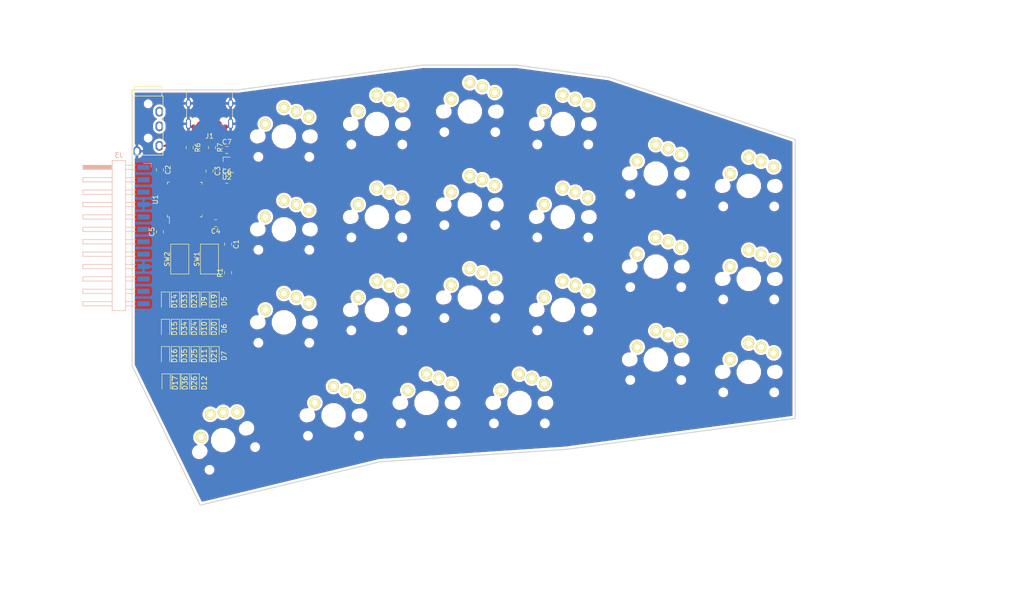
<source format=kicad_pcb>
(kicad_pcb (version 20171130) (host pcbnew 5.0.2+dfsg1-1)
  (layers (0 F.Cu signal) (31 B.Cu signal) (34 B.Paste user) (35 F.Paste user) (36 B.SilkS user) (37 F.SilkS user) (38 B.Mask user) (39 F.Mask user) (44 Edge.Cuts user))
  (net 0 "")
  (net 1 GND)
  (net 2 D+)
  (net 3 "Net-(J1-PadB5)")
  (net 4 "Net-(J1-PadA8)")
  (net 5 D-)
  (net 6 "Net-(J1-PadA5)")
  (net 7 "Net-(J1-PadB8)")
  (net 8 5V)
  (net 9 3.3V)
  (net 10 SWDIO)
  (net 11 SWDCLK)
  (net 12 PA4)
  (net 13 PA5)
  (net 14 PA6)
  (net 15 PA7)
  (net 16 PB6)
  (net 17 PB7)
  (net 18 TX)
  (net 19 RX)
  (net 20 "Net-(D26-Pad2)")
  (net 21 COL4)
  (net 22 "Net-(D36-Pad2)")
  (net 23 COL5)
  (net 24 "Net-(D35-Pad2)")
  (net 25 "Net-(D34-Pad2)")
  (net 26 "Net-(D33-Pad2)")
  (net 27 "Net-(D25-Pad2)")
  (net 28 "Net-(D24-Pad2)")
  (net 29 "Net-(D23-Pad2)")
  (net 30 "Net-(D21-Pad2)")
  (net 31 COL2)
  (net 32 "Net-(D20-Pad2)")
  (net 33 "Net-(D19-Pad2)")
  (net 34 "Net-(D16-Pad2)")
  (net 35 COL6)
  (net 36 "Net-(D14-Pad2)")
  (net 37 "Net-(D12-Pad2)")
  (net 38 COL3)
  (net 39 "Net-(D11-Pad2)")
  (net 40 "Net-(D10-Pad2)")
  (net 41 "Net-(D15-Pad2)")
  (net 42 "Net-(D9-Pad2)")
  (net 43 "Net-(D7-Pad2)")
  (net 44 COL1)
  (net 45 "Net-(D6-Pad2)")
  (net 46 "Net-(D5-Pad2)")
  (net 47 "Net-(D17-Pad2)")
  (net 48 "Net-(R1-Pad1)")
  (net 49 VBAT)
  (net 50 "Net-(U1-Pad2)")
  (net 51 "Net-(U1-Pad3)")
  (net 52 "Net-(U1-Pad4)")
  (net 53 "Net-(U1-Pad5)")
  (net 54 "Net-(U1-Pad6)")
  (net 55 "Net-(C1-Pad2)")
  (net 56 "Net-(U1-Pad10)")
  (net 57 "Net-(U1-Pad11)")
  (net 58 "Net-(U1-Pad12)")
  (net 59 "Net-(U1-Pad13)")
  (net 60 ROW1)
  (net 61 ROW2)
  (net 62 ROW3)
  (net 63 ROW4)
  (net 64 "Net-(U1-Pad22)")
  (net 65 "Net-(U1-Pad26)")
  (net 66 "Net-(U1-Pad27)")
  (net 67 "Net-(U1-Pad28)")
  (net 68 "Net-(U1-Pad29)")
  (module Button_Switch_SMD:SW_SPST_CK_RS282G05A3 (layer F.Cu) (at 90.678 99.568 90)
    (fp_text reference SW2 (at 0 -2.6 90) (layer F.SilkS))
    (fp_text value RESET)
    (pad 2 smd rect (at 3.9 0 90) (size 1.5 1.5) (layers F.Cu F.Paste F.Mask) (net 55 "Net-(C1-Pad2)"))
    (pad 1 smd rect (at -3.9 0 90) (size 1.5 1.5) (layers F.Cu F.Paste F.Mask) (net 1 GND))
  )
  (module Button_Switch_SMD:SW_SPST_CK_RS282G05A3 (layer F.Cu) (at 96.774 99.568 90)
    (fp_text reference SW1 (at 0 -2.6 90) (layer F.SilkS))
    (fp_text value BOOT)
    (pad 1 smd rect (at -3.9 0 90) (size 1.5 1.5) (layers F.Cu F.Paste F.Mask) (net 48 "Net-(R1-Pad1)"))
    (pad 2 smd rect (at 3.9 0 90) (size 1.5 1.5) (layers F.Cu F.Paste F.Mask) (net 9 3.3V))
  )
  (module Capacitor_SMD:C_0805_2012Metric_Pad1.15x1.40mm_HandSolder (layer F.Cu) (at 100.584 96.52 270)
    (fp_text reference C1 (at 0 -1.65 270) (layer F.SilkS))
    (fp_text value 100nF)
    (pad 1 smd roundrect (at -1.025 0 270) (size 1.15 1.4) (layers F.Cu F.Paste F.Mask) (roundrect_rratio 0.217391) (net 1 GND))
    (pad 2 smd roundrect (at 1.025 0 270) (size 1.15 1.4) (layers F.Cu F.Paste F.Mask) (roundrect_rratio 0.217391) (net 55 "Net-(C1-Pad2)"))
  )
  (module Capacitor_SMD:C_0805_2012Metric_Pad1.15x1.40mm_HandSolder (layer F.Cu) (at 86.614 81.28 270)
    (fp_text reference C2 (at 0 -1.65 270) (layer F.SilkS))
    (fp_text value 100nF)
    (pad 2 smd roundrect (at 1.025 0 270) (size 1.15 1.4) (layers F.Cu F.Paste F.Mask) (roundrect_rratio 0.217391) (net 9 3.3V))
    (pad 1 smd roundrect (at -1.025 0 270) (size 1.15 1.4) (layers F.Cu F.Paste F.Mask) (roundrect_rratio 0.217391) (net 1 GND))
  )
  (module Capacitor_SMD:C_0805_2012Metric_Pad1.15x1.40mm_HandSolder (layer F.Cu) (at 96.774 81.534 270)
    (fp_text reference C3 (at 0 -1.65 270) (layer F.SilkS))
    (fp_text value 100nF)
    (pad 1 smd roundrect (at -1.025 0 270) (size 1.15 1.4) (layers F.Cu F.Paste F.Mask) (roundrect_rratio 0.217391) (net 1 GND))
    (pad 2 smd roundrect (at 1.025 0 270) (size 1.15 1.4) (layers F.Cu F.Paste F.Mask) (roundrect_rratio 0.217391) (net 9 3.3V))
  )
  (module Capacitor_SMD:C_0805_2012Metric_Pad1.15x1.40mm_HandSolder (layer F.Cu) (at 98.044 92.202 180)
    (fp_text reference C4 (at 0 -1.65 180) (layer F.SilkS))
    (fp_text value 100nF)
    (pad 2 smd roundrect (at 1.025 0 180) (size 1.15 1.4) (layers F.Cu F.Paste F.Mask) (roundrect_rratio 0.217391) (net 9 3.3V))
    (pad 1 smd roundrect (at -1.025 0 180) (size 1.15 1.4) (layers F.Cu F.Paste F.Mask) (roundrect_rratio 0.217391) (net 1 GND))
  )
  (module Capacitor_SMD:C_0805_2012Metric_Pad1.15x1.40mm_HandSolder (layer F.Cu) (at 86.614 93.98 90)
    (fp_text reference C5 (at 0 -1.65 90) (layer F.SilkS))
    (fp_text value 100nF)
    (pad 1 smd roundrect (at -1.025 0 90) (size 1.15 1.4) (layers F.Cu F.Paste F.Mask) (roundrect_rratio 0.217391) (net 1 GND))
    (pad 2 smd roundrect (at 1.025 0 90) (size 1.15 1.4) (layers F.Cu F.Paste F.Mask) (roundrect_rratio 0.217391) (net 9 3.3V))
  )
  (module Capacitor_SMD:C_0805_2012Metric_Pad1.15x1.40mm_HandSolder (layer F.Cu) (at 100.33 83.312)
    (fp_text reference C6 (at 0 -1.65) (layer F.SilkS))
    (fp_text value 1µF)
    (pad 2 smd roundrect (at 1.025 0) (size 1.15 1.4) (layers F.Cu F.Paste F.Mask) (roundrect_rratio 0.217391) (net 9 3.3V))
    (pad 1 smd roundrect (at -1.025 0) (size 1.15 1.4) (layers F.Cu F.Paste F.Mask) (roundrect_rratio 0.217391) (net 1 GND))
  )
  (module Capacitor_SMD:C_0805_2012Metric_Pad1.15x1.40mm_HandSolder (layer F.Cu) (at 100.33 77.216)
    (fp_text reference C7 (at 0 -1.65) (layer F.SilkS))
    (fp_text value 1µF)
    (pad 1 smd roundrect (at -1.025 0) (size 1.15 1.4) (layers F.Cu F.Paste F.Mask) (roundrect_rratio 0.217391) (net 1 GND))
    (pad 2 smd roundrect (at 1.025 0) (size 1.15 1.4) (layers F.Cu F.Paste F.Mask) (roundrect_rratio 0.217391) (net 8 5V))
  )
  (module Diode_SMD:D_SOD-323_HandSoldering (layer F.Cu) (at 87.884 124.968 270)
    (fp_text reference D17 (at 0 -1.85 270) (layer F.SilkS))
    (fp_text value D4.6)
    (pad 2 smd rect (at 1.25 0 270) (size 1 1) (layers F.Cu F.Paste F.Mask) (net 47 "Net-(D17-Pad2)"))
    (pad 1 smd rect (at -1.25 0 270) (size 1 1) (layers F.Cu F.Paste F.Mask) (net 63 ROW4))
  )
  (module Diode_SMD:D_SOD-323_HandSoldering (layer F.Cu) (at 87.757 113.792 270)
    (fp_text reference D15 (at 0 -1.85 270) (layer F.SilkS))
    (fp_text value D2.6)
    (pad 1 smd rect (at -1.25 0 270) (size 1 1) (layers F.Cu F.Paste F.Mask) (net 61 ROW2))
    (pad 2 smd rect (at 1.25 0 270) (size 1 1) (layers F.Cu F.Paste F.Mask) (net 41 "Net-(D15-Pad2)"))
  )
  (module Diode_SMD:D_SOD-323_HandSoldering (layer F.Cu) (at 87.757 108.204 270)
    (fp_text reference D14 (at 0 -1.85 270) (layer F.SilkS))
    (fp_text value D1.6)
    (pad 2 smd rect (at 1.25 0 270) (size 1 1) (layers F.Cu F.Paste F.Mask) (net 36 "Net-(D14-Pad2)"))
    (pad 1 smd rect (at -1.25 0 270) (size 1 1) (layers F.Cu F.Paste F.Mask) (net 60 ROW1))
  )
  (module Diode_SMD:D_SOD-323_HandSoldering (layer F.Cu) (at 93.853 124.968 270)
    (fp_text reference D12 (at 0 -1.85 270) (layer F.SilkS))
    (fp_text value D4.3)
    (pad 1 smd rect (at -1.25 0 270) (size 1 1) (layers F.Cu F.Paste F.Mask) (net 63 ROW4))
    (pad 2 smd rect (at 1.25 0 270) (size 1 1) (layers F.Cu F.Paste F.Mask) (net 37 "Net-(D12-Pad2)"))
  )
  (module Diode_SMD:D_SOD-323_HandSoldering (layer F.Cu) (at 93.853 119.38 270)
    (fp_text reference D11 (at 0 -1.85 270) (layer F.SilkS))
    (fp_text value D3.3)
    (pad 2 smd rect (at 1.25 0 270) (size 1 1) (layers F.Cu F.Paste F.Mask) (net 39 "Net-(D11-Pad2)"))
    (pad 1 smd rect (at -1.25 0 270) (size 1 1) (layers F.Cu F.Paste F.Mask) (net 62 ROW3))
  )
  (module Diode_SMD:D_SOD-323_HandSoldering (layer F.Cu) (at 93.853 113.792 270)
    (fp_text reference D10 (at 0 -1.85 270) (layer F.SilkS))
    (fp_text value D2.3)
    (pad 1 smd rect (at -1.25 0 270) (size 1 1) (layers F.Cu F.Paste F.Mask) (net 61 ROW2))
    (pad 2 smd rect (at 1.25 0 270) (size 1 1) (layers F.Cu F.Paste F.Mask) (net 40 "Net-(D10-Pad2)"))
  )
  (module Diode_SMD:D_SOD-323_HandSoldering (layer F.Cu) (at 93.853 108.204 270)
    (fp_text reference D9 (at 0 -1.85 270) (layer F.SilkS))
    (fp_text value D1.3)
    (pad 2 smd rect (at 1.25 0 270) (size 1 1) (layers F.Cu F.Paste F.Mask) (net 42 "Net-(D9-Pad2)"))
    (pad 1 smd rect (at -1.25 0 270) (size 1 1) (layers F.Cu F.Paste F.Mask) (net 60 ROW1))
  )
  (module Diode_SMD:D_SOD-323_HandSoldering (layer F.Cu) (at 97.917 119.38 270)
    (fp_text reference D7 (at 0 -1.85 270) (layer F.SilkS))
    (fp_text value D3.1)
    (pad 1 smd rect (at -1.25 0 270) (size 1 1) (layers F.Cu F.Paste F.Mask) (net 62 ROW3))
    (pad 2 smd rect (at 1.25 0 270) (size 1 1) (layers F.Cu F.Paste F.Mask) (net 43 "Net-(D7-Pad2)"))
  )
  (module Diode_SMD:D_SOD-323_HandSoldering (layer F.Cu) (at 97.917 113.792 270)
    (fp_text reference D6 (at 0 -1.85 270) (layer F.SilkS))
    (fp_text value D2.1)
    (pad 2 smd rect (at 1.25 0 270) (size 1 1) (layers F.Cu F.Paste F.Mask) (net 45 "Net-(D6-Pad2)"))
    (pad 1 smd rect (at -1.25 0 270) (size 1 1) (layers F.Cu F.Paste F.Mask) (net 61 ROW2))
  )
  (module Diode_SMD:D_SOD-323_HandSoldering (layer F.Cu) (at 97.917 108.204 270)
    (fp_text reference D5 (at 0 -1.85 270) (layer F.SilkS))
    (fp_text value D1.1)
    (pad 1 smd rect (at -1.25 0 270) (size 1 1) (layers F.Cu F.Paste F.Mask) (net 60 ROW1))
    (pad 2 smd rect (at 1.25 0 270) (size 1 1) (layers F.Cu F.Paste F.Mask) (net 46 "Net-(D5-Pad2)"))
  )
  (module Diode_SMD:D_SOD-323_HandSoldering (layer F.Cu) (at 87.757 119.38 270)
    (fp_text reference D16 (at 0 -1.85 270) (layer F.SilkS))
    (fp_text value D3.6)
    (pad 2 smd rect (at 1.25 0 270) (size 1 1) (layers F.Cu F.Paste F.Mask) (net 34 "Net-(D16-Pad2)"))
    (pad 1 smd rect (at -1.25 0 270) (size 1 1) (layers F.Cu F.Paste F.Mask) (net 62 ROW3))
  )
  (module Diode_SMD:D_SOD-323_HandSoldering (layer F.Cu) (at 95.885 113.792 270)
    (fp_text reference D20 (at 0 -1.85 270) (layer F.SilkS))
    (fp_text value D2.2)
    (pad 1 smd rect (at -1.25 0 270) (size 1 1) (layers F.Cu F.Paste F.Mask) (net 61 ROW2))
    (pad 2 smd rect (at 1.25 0 270) (size 1 1) (layers F.Cu F.Paste F.Mask) (net 32 "Net-(D20-Pad2)"))
  )
  (module Diode_SMD:D_SOD-323_HandSoldering (layer F.Cu) (at 89.916 124.968 270)
    (fp_text reference D36 (at 0 -1.85 270) (layer F.SilkS))
    (fp_text value D4.5)
    (pad 2 smd rect (at 1.25 0 270) (size 1 1) (layers F.Cu F.Paste F.Mask) (net 22 "Net-(D36-Pad2)"))
    (pad 1 smd rect (at -1.25 0 270) (size 1 1) (layers F.Cu F.Paste F.Mask) (net 63 ROW4))
  )
  (module Diode_SMD:D_SOD-323_HandSoldering (layer F.Cu) (at 89.789 113.792 270)
    (fp_text reference D34 (at 0 -1.85 270) (layer F.SilkS))
    (fp_text value D2.5)
    (pad 1 smd rect (at -1.25 0 270) (size 1 1) (layers F.Cu F.Paste F.Mask) (net 61 ROW2))
    (pad 2 smd rect (at 1.25 0 270) (size 1 1) (layers F.Cu F.Paste F.Mask) (net 25 "Net-(D34-Pad2)"))
  )
  (module Diode_SMD:D_SOD-323_HandSoldering (layer F.Cu) (at 89.789 108.204 270)
    (fp_text reference D33 (at 0 -1.85 270) (layer F.SilkS))
    (fp_text value D1.5)
    (pad 2 smd rect (at 1.25 0 270) (size 1 1) (layers F.Cu F.Paste F.Mask) (net 26 "Net-(D33-Pad2)"))
    (pad 1 smd rect (at -1.25 0 270) (size 1 1) (layers F.Cu F.Paste F.Mask) (net 60 ROW1))
  )
  (module Diode_SMD:D_SOD-323_HandSoldering (layer F.Cu) (at 91.821 124.968 270)
    (fp_text reference D26 (at 0 -1.85 270) (layer F.SilkS))
    (fp_text value D4.4)
    (pad 1 smd rect (at -1.25 0 270) (size 1 1) (layers F.Cu F.Paste F.Mask) (net 63 ROW4))
    (pad 2 smd rect (at 1.25 0 270) (size 1 1) (layers F.Cu F.Paste F.Mask) (net 20 "Net-(D26-Pad2)"))
  )
  (module Diode_SMD:D_SOD-323_HandSoldering (layer F.Cu) (at 91.821 119.38 270)
    (fp_text reference D25 (at 0 -1.85 270) (layer F.SilkS))
    (fp_text value D3.4)
    (pad 2 smd rect (at 1.25 0 270) (size 1 1) (layers F.Cu F.Paste F.Mask) (net 27 "Net-(D25-Pad2)"))
    (pad 1 smd rect (at -1.25 0 270) (size 1 1) (layers F.Cu F.Paste F.Mask) (net 62 ROW3))
  )
  (module Diode_SMD:D_SOD-323_HandSoldering (layer F.Cu) (at 91.821 113.792 270)
    (fp_text reference D24 (at 0 -1.85 270) (layer F.SilkS))
    (fp_text value D2.4)
    (pad 1 smd rect (at -1.25 0 270) (size 1 1) (layers F.Cu F.Paste F.Mask) (net 61 ROW2))
    (pad 2 smd rect (at 1.25 0 270) (size 1 1) (layers F.Cu F.Paste F.Mask) (net 28 "Net-(D24-Pad2)"))
  )
  (module Diode_SMD:D_SOD-323_HandSoldering (layer F.Cu) (at 91.821 108.204 270)
    (fp_text reference D23 (at 0 -1.85 270) (layer F.SilkS))
    (fp_text value D1.4)
    (pad 2 smd rect (at 1.25 0 270) (size 1 1) (layers F.Cu F.Paste F.Mask) (net 29 "Net-(D23-Pad2)"))
    (pad 1 smd rect (at -1.25 0 270) (size 1 1) (layers F.Cu F.Paste F.Mask) (net 60 ROW1))
  )
  (module Diode_SMD:D_SOD-323_HandSoldering (layer F.Cu) (at 95.885 119.38 270)
    (fp_text reference D21 (at 0 -1.85 270) (layer F.SilkS))
    (fp_text value D3.2)
    (pad 1 smd rect (at -1.25 0 270) (size 1 1) (layers F.Cu F.Paste F.Mask) (net 62 ROW3))
    (pad 2 smd rect (at 1.25 0 270) (size 1 1) (layers F.Cu F.Paste F.Mask) (net 30 "Net-(D21-Pad2)"))
  )
  (module Diode_SMD:D_SOD-323_HandSoldering (layer F.Cu) (at 95.885 108.204 270)
    (fp_text reference D19 (at 0 -1.85 270) (layer F.SilkS))
    (fp_text value D1.2)
    (pad 2 smd rect (at 1.25 0 270) (size 1 1) (layers F.Cu F.Paste F.Mask) (net 33 "Net-(D19-Pad2)"))
    (pad 1 smd rect (at -1.25 0 270) (size 1 1) (layers F.Cu F.Paste F.Mask) (net 60 ROW1))
  )
  (module Diode_SMD:D_SOD-323_HandSoldering (layer F.Cu) (at 89.789 119.38 270)
    (fp_text reference D35 (at 0 -1.85 270) (layer F.SilkS))
    (fp_text value D3.5)
    (pad 1 smd rect (at -1.25 0 270) (size 1 1) (layers F.Cu F.Paste F.Mask) (net 62 ROW3))
    (pad 2 smd rect (at 1.25 0 270) (size 1 1) (layers F.Cu F.Paste F.Mask) (net 24 "Net-(D35-Pad2)"))
  )
  (module Package_QFP:LQFP-48_7x7mm_P0.5mm (layer F.Cu) (at 91.694 87.376 90)
    (fp_text reference U1 (at 0 -6 90) (layer F.SilkS))
    (fp_text value STM32)
    (pad 1 smd rect (at -4.35 -2.75 90) (size 1.3 0.25) (layers F.Cu F.Paste F.Mask) (net 49 VBAT))
    (pad 2 smd rect (at -4.35 -2.25 90) (size 1.3 0.25) (layers F.Cu F.Paste F.Mask) (net 50 "Net-(U1-Pad2)"))
    (pad 3 smd rect (at -4.35 -1.75 90) (size 1.3 0.25) (layers F.Cu F.Paste F.Mask) (net 51 "Net-(U1-Pad3)"))
    (pad 4 smd rect (at -4.35 -1.25 90) (size 1.3 0.25) (layers F.Cu F.Paste F.Mask) (net 52 "Net-(U1-Pad4)"))
    (pad 5 smd rect (at -4.35 -0.75 90) (size 1.3 0.25) (layers F.Cu F.Paste F.Mask) (net 53 "Net-(U1-Pad5)"))
    (pad 6 smd rect (at -4.35 -0.25 90) (size 1.3 0.25) (layers F.Cu F.Paste F.Mask) (net 54 "Net-(U1-Pad6)"))
    (pad 7 smd rect (at -4.35 0.25 90) (size 1.3 0.25) (layers F.Cu F.Paste F.Mask) (net 55 "Net-(C1-Pad2)"))
    (pad 8 smd rect (at -4.35 0.75 90) (size 1.3 0.25) (layers F.Cu F.Paste F.Mask) (net 1 GND))
    (pad 9 smd rect (at -4.35 1.25 90) (size 1.3 0.25) (layers F.Cu F.Paste F.Mask) (net 9 3.3V))
    (pad 10 smd rect (at -4.35 1.75 90) (size 1.3 0.25) (layers F.Cu F.Paste F.Mask) (net 56 "Net-(U1-Pad10)"))
    (pad 11 smd rect (at -4.35 2.25 90) (size 1.3 0.25) (layers F.Cu F.Paste F.Mask) (net 57 "Net-(U1-Pad11)"))
    (pad 12 smd rect (at -4.35 2.75 90) (size 1.3 0.25) (layers F.Cu F.Paste F.Mask) (net 58 "Net-(U1-Pad12)"))
    (pad 13 smd rect (at -2.75 4.35 180) (size 1.3 0.25) (layers F.Cu F.Paste F.Mask) (net 59 "Net-(U1-Pad13)"))
    (pad 14 smd rect (at -2.25 4.35 180) (size 1.3 0.25) (layers F.Cu F.Paste F.Mask) (net 12 PA4))
    (pad 15 smd rect (at -1.75 4.35 180) (size 1.3 0.25) (layers F.Cu F.Paste F.Mask) (net 13 PA5))
    (pad 16 smd rect (at -1.25 4.35 180) (size 1.3 0.25) (layers F.Cu F.Paste F.Mask) (net 14 PA6))
    (pad 17 smd rect (at -0.75 4.35 180) (size 1.3 0.25) (layers F.Cu F.Paste F.Mask) (net 15 PA7))
    (pad 18 smd rect (at -0.25 4.35 180) (size 1.3 0.25) (layers F.Cu F.Paste F.Mask) (net 60 ROW1))
    (pad 19 smd rect (at 0.25 4.35 180) (size 1.3 0.25) (layers F.Cu F.Paste F.Mask) (net 61 ROW2))
    (pad 20 smd rect (at 0.75 4.35 180) (size 1.3 0.25) (layers F.Cu F.Paste F.Mask) (net 62 ROW3))
    (pad 21 smd rect (at 1.25 4.35 180) (size 1.3 0.25) (layers F.Cu F.Paste F.Mask) (net 63 ROW4))
    (pad 22 smd rect (at 1.75 4.35 180) (size 1.3 0.25) (layers F.Cu F.Paste F.Mask) (net 64 "Net-(U1-Pad22)"))
    (pad 23 smd rect (at 2.25 4.35 180) (size 1.3 0.25) (layers F.Cu F.Paste F.Mask) (net 1 GND))
    (pad 24 smd rect (at 2.75 4.35 180) (size 1.3 0.25) (layers F.Cu F.Paste F.Mask) (net 9 3.3V))
    (pad 25 smd rect (at 4.35 2.75 90) (size 1.3 0.25) (layers F.Cu F.Paste F.Mask) (net 9 3.3V))
    (pad 26 smd rect (at 4.35 2.25 90) (size 1.3 0.25) (layers F.Cu F.Paste F.Mask) (net 65 "Net-(U1-Pad26)"))
    (pad 27 smd rect (at 4.35 1.75 90) (size 1.3 0.25) (layers F.Cu F.Paste F.Mask) (net 66 "Net-(U1-Pad27)"))
    (pad 28 smd rect (at 4.35 1.25 90) (size 1.3 0.25) (layers F.Cu F.Paste F.Mask) (net 67 "Net-(U1-Pad28)"))
    (pad 29 smd rect (at 4.35 0.75 90) (size 1.3 0.25) (layers F.Cu F.Paste F.Mask) (net 68 "Net-(U1-Pad29)"))
    (pad 30 smd rect (at 4.35 0.25 90) (size 1.3 0.25) (layers F.Cu F.Paste F.Mask) (net 18 TX))
    (pad 31 smd rect (at 4.35 -0.25 90) (size 1.3 0.25) (layers F.Cu F.Paste F.Mask) (net 19 RX))
    (pad 32 smd rect (at 4.35 -0.75 90) (size 1.3 0.25) (layers F.Cu F.Paste F.Mask) (net 5 D-))
    (pad 33 smd rect (at 4.35 -1.25 90) (size 1.3 0.25) (layers F.Cu F.Paste F.Mask) (net 2 D+))
    (pad 34 smd rect (at 4.35 -1.75 90) (size 1.3 0.25) (layers F.Cu F.Paste F.Mask) (net 10 SWDIO))
    (pad 35 smd rect (at 4.35 -2.25 90) (size 1.3 0.25) (layers F.Cu F.Paste F.Mask) (net 1 GND))
    (pad 36 smd rect (at 4.35 -2.75 90) (size 1.3 0.25) (layers F.Cu F.Paste F.Mask) (net 9 3.3V))
    (pad 37 smd rect (at 2.75 -4.35 180) (size 1.3 0.25) (layers F.Cu F.Paste F.Mask) (net 11 SWDCLK))
    (pad 38 smd rect (at 2.25 -4.35 180) (size 1.3 0.25) (layers F.Cu F.Paste F.Mask) (net 44 COL1))
    (pad 39 smd rect (at 1.75 -4.35 180) (size 1.3 0.25) (layers F.Cu F.Paste F.Mask) (net 31 COL2))
    (pad 40 smd rect (at 1.25 -4.35 180) (size 1.3 0.25) (layers F.Cu F.Paste F.Mask) (net 38 COL3))
    (pad 41 smd rect (at 0.75 -4.35 180) (size 1.3 0.25) (layers F.Cu F.Paste F.Mask) (net 21 COL4))
    (pad 42 smd rect (at 0.25 -4.35 180) (size 1.3 0.25) (layers F.Cu F.Paste F.Mask) (net 16 PB6))
    (pad 43 smd rect (at -0.25 -4.35 180) (size 1.3 0.25) (layers F.Cu F.Paste F.Mask) (net 17 PB7))
    (pad 44 smd rect (at -0.75 -4.35 180) (size 1.3 0.25) (layers F.Cu F.Paste F.Mask) (net 48 "Net-(R1-Pad1)"))
    (pad 45 smd rect (at -1.25 -4.35 180) (size 1.3 0.25) (layers F.Cu F.Paste F.Mask) (net 23 COL5))
    (pad 46 smd rect (at -1.75 -4.35 180) (size 1.3 0.25) (layers F.Cu F.Paste F.Mask) (net 35 COL6))
    (pad 47 smd rect (at -2.25 -4.35 180) (size 1.3 0.25) (layers F.Cu F.Paste F.Mask) (net 1 GND))
    (pad 48 smd rect (at -2.75 -4.35 180) (size 1.3 0.25) (layers F.Cu F.Paste F.Mask) (net 9 3.3V))
  )
  (module Package_TO_SOT_SMD:SOT-23 (layer F.Cu) (at 100.33 80.264 180)
    (fp_text reference U2 (at 0 -2.5 180) (layer F.SilkS))
    (fp_text value LDO)
    (pad 1 smd rect (at -1 -0.95 180) (size 0.9 0.8) (layers F.Cu F.Paste F.Mask) (net 9 3.3V))
    (pad 2 smd rect (at -1 0.95 180) (size 0.9 0.8) (layers F.Cu F.Paste F.Mask) (net 8 5V))
    (pad 3 smd rect (at 1 0 180) (size 0.9 0.8) (layers F.Cu F.Paste F.Mask) (net 1 GND))
  )
  (module Resistor_SMD:R_0805_2012Metric_Pad1.15x1.40mm_HandSolder (layer F.Cu) (at 97.282 76.708 270)
    (fp_text reference R7 (at 0 -1.65 270) (layer F.SilkS))
    (fp_text value 5.1k)
    (pad 1 smd roundrect (at -1.025 0 270) (size 1.15 1.4) (layers F.Cu F.Paste F.Mask) (roundrect_rratio 0.217391) (net 6 "Net-(J1-PadA5)"))
    (pad 2 smd roundrect (at 1.025 0 270) (size 1.15 1.4) (layers F.Cu F.Paste F.Mask) (roundrect_rratio 0.217391) (net 1 GND))
  )
  (module Resistor_SMD:R_0805_2012Metric_Pad1.15x1.40mm_HandSolder (layer F.Cu) (at 92.71 76.708 270)
    (fp_text reference R6 (at 0 -1.65 270) (layer F.SilkS))
    (fp_text value 5.1k)
    (pad 2 smd roundrect (at 1.025 0 270) (size 1.15 1.4) (layers F.Cu F.Paste F.Mask) (roundrect_rratio 0.217391) (net 1 GND))
    (pad 1 smd roundrect (at -1.025 0 270) (size 1.15 1.4) (layers F.Cu F.Paste F.Mask) (roundrect_rratio 0.217391) (net 3 "Net-(J1-PadB5)"))
  )
  (module Resistor_SMD:R_0805_2012Metric_Pad1.15x1.40mm_HandSolder (layer F.Cu) (at 100.584 102.362 90)
    (fp_text reference R1 (at 0 -1.65 90) (layer F.SilkS))
    (fp_text value 5.1k)
    (pad 1 smd roundrect (at -1.025 0 90) (size 1.15 1.4) (layers F.Cu F.Paste F.Mask) (roundrect_rratio 0.217391) (net 48 "Net-(R1-Pad1)"))
    (pad 2 smd roundrect (at 1.025 0 90) (size 1.15 1.4) (layers F.Cu F.Paste F.Mask) (roundrect_rratio 0.217391) (net 1 GND))
  )
  (module foostan-kbd:CherryMX_Choc_1u (layer F.Cu) (at 99.568 136.652 26.5)
    (fp_text reference SW15 hide)
    (fp_text value SW_Push hide)
    (pad "" np_thru_hole circle (at -5.22 4.2 26.5) (size 1 1) (drill 1) (layers *.Cu *.Mask))
    (pad "" np_thru_hole circle (at 5.22 4.2 26.5) (size 1 1) (drill 1) (layers *.Cu *.Mask))
    (pad "" np_thru_hole circle (at -5.08 0 26.5) (size 1.7 1.7) (drill 1.7) (layers *.Cu *.Mask))
    (pad "" np_thru_hole circle (at 5.08 0 26.5) (size 1.7 1.7) (drill 1.7) (layers *.Cu *.Mask))
    (pad 1 thru_hole circle (at -3.81 -2.54 76.5) (size 2.2 2.2) (drill 1.2) (layers *.Cu F.SilkS B.Mask) (net 47 "Net-(D17-Pad2)"))
    (pad 2 thru_hole circle (at 2.54 -5.08 26.5) (size 2.2 2.2) (drill 1.2) (layers *.Cu F.SilkS B.Mask) (net 35 COL6))
    (pad 2 thru_hole circle (at 0 -5.9 116.5) (size 2.2 2.2) (drill 1.2) (layers *.Cu F.SilkS B.Mask) (net 35 COL6))
    (pad "" np_thru_hole circle (at 5.5 0 116.5) (size 1.9 1.9) (drill 1.9) (layers *.Cu *.Mask))
    (pad "" np_thru_hole circle (at -5.5 0 116.5) (size 1.9 1.9) (drill 1.9) (layers *.Cu *.Mask))
    (pad "" np_thru_hole circle (at 0 0 116.5) (size 4 4) (drill 4) (layers *.Cu *.Mask))
    (pad 1 thru_hole circle (at 5.1 -3.9 336.5) (size 2.2 2.2) (drill 1.2) (layers *.Cu F.SilkS B.Mask) (net 47 "Net-(D17-Pad2)"))
  )
  (module foostan-kbd:CherryMX_Choc_1u (layer F.Cu) (at 207.264 84.582)
    (fp_text reference SW3 hide)
    (fp_text value SW_Push hide)
    (pad 1 thru_hole circle (at 5.1 -3.9 310) (size 2.2 2.2) (drill 1.2) (layers *.Cu F.SilkS B.Mask) (net 46 "Net-(D5-Pad2)"))
    (pad "" np_thru_hole circle (at 0 0 90) (size 4 4) (drill 4) (layers *.Cu *.Mask))
    (pad "" np_thru_hole circle (at -5.5 0 90) (size 1.9 1.9) (drill 1.9) (layers *.Cu *.Mask))
    (pad "" np_thru_hole circle (at 5.5 0 90) (size 1.9 1.9) (drill 1.9) (layers *.Cu *.Mask))
    (pad 2 thru_hole circle (at 0 -5.9 90) (size 2.2 2.2) (drill 1.2) (layers *.Cu F.SilkS B.Mask) (net 44 COL1))
    (pad 2 thru_hole circle (at 2.54 -5.08) (size 2.2 2.2) (drill 1.2) (layers *.Cu F.SilkS B.Mask) (net 44 COL1))
    (pad 1 thru_hole circle (at -3.81 -2.54 50) (size 2.2 2.2) (drill 1.2) (layers *.Cu F.SilkS B.Mask) (net 46 "Net-(D5-Pad2)"))
    (pad "" np_thru_hole circle (at 5.08 0) (size 1.7 1.7) (drill 1.7) (layers *.Cu *.Mask))
    (pad "" np_thru_hole circle (at -5.08 0) (size 1.7 1.7) (drill 1.7) (layers *.Cu *.Mask))
    (pad "" np_thru_hole circle (at 5.22 4.2) (size 1 1) (drill 1) (layers *.Cu *.Mask))
    (pad "" np_thru_hole circle (at -5.22 4.2) (size 1 1) (drill 1) (layers *.Cu *.Mask))
  )
  (module foostan-kbd:CherryMX_Choc_1u (layer F.Cu) (at 207.264 103.632)
    (fp_text reference SW4 hide)
    (fp_text value SW_Push hide)
    (pad "" np_thru_hole circle (at -5.22 4.2) (size 1 1) (drill 1) (layers *.Cu *.Mask))
    (pad "" np_thru_hole circle (at 5.22 4.2) (size 1 1) (drill 1) (layers *.Cu *.Mask))
    (pad "" np_thru_hole circle (at -5.08 0) (size 1.7 1.7) (drill 1.7) (layers *.Cu *.Mask))
    (pad "" np_thru_hole circle (at 5.08 0) (size 1.7 1.7) (drill 1.7) (layers *.Cu *.Mask))
    (pad 1 thru_hole circle (at -3.81 -2.54 50) (size 2.2 2.2) (drill 1.2) (layers *.Cu F.SilkS B.Mask) (net 45 "Net-(D6-Pad2)"))
    (pad 2 thru_hole circle (at 2.54 -5.08) (size 2.2 2.2) (drill 1.2) (layers *.Cu F.SilkS B.Mask) (net 44 COL1))
    (pad 2 thru_hole circle (at 0 -5.9 90) (size 2.2 2.2) (drill 1.2) (layers *.Cu F.SilkS B.Mask) (net 44 COL1))
    (pad "" np_thru_hole circle (at 5.5 0 90) (size 1.9 1.9) (drill 1.9) (layers *.Cu *.Mask))
    (pad "" np_thru_hole circle (at -5.5 0 90) (size 1.9 1.9) (drill 1.9) (layers *.Cu *.Mask))
    (pad "" np_thru_hole circle (at 0 0 90) (size 4 4) (drill 4) (layers *.Cu *.Mask))
    (pad 1 thru_hole circle (at 5.1 -3.9 310) (size 2.2 2.2) (drill 1.2) (layers *.Cu F.SilkS B.Mask) (net 45 "Net-(D6-Pad2)"))
  )
  (module foostan-kbd:CherryMX_Choc_1u (layer F.Cu) (at 207.264 122.682)
    (fp_text reference SW5 hide)
    (fp_text value SW_Push hide)
    (pad 1 thru_hole circle (at 5.1 -3.9 310) (size 2.2 2.2) (drill 1.2) (layers *.Cu F.SilkS B.Mask) (net 43 "Net-(D7-Pad2)"))
    (pad "" np_thru_hole circle (at 0 0 90) (size 4 4) (drill 4) (layers *.Cu *.Mask))
    (pad "" np_thru_hole circle (at -5.5 0 90) (size 1.9 1.9) (drill 1.9) (layers *.Cu *.Mask))
    (pad "" np_thru_hole circle (at 5.5 0 90) (size 1.9 1.9) (drill 1.9) (layers *.Cu *.Mask))
    (pad 2 thru_hole circle (at 0 -5.9 90) (size 2.2 2.2) (drill 1.2) (layers *.Cu F.SilkS B.Mask) (net 44 COL1))
    (pad 2 thru_hole circle (at 2.54 -5.08) (size 2.2 2.2) (drill 1.2) (layers *.Cu F.SilkS B.Mask) (net 44 COL1))
    (pad 1 thru_hole circle (at -3.81 -2.54 50) (size 2.2 2.2) (drill 1.2) (layers *.Cu F.SilkS B.Mask) (net 43 "Net-(D7-Pad2)"))
    (pad "" np_thru_hole circle (at 5.08 0) (size 1.7 1.7) (drill 1.7) (layers *.Cu *.Mask))
    (pad "" np_thru_hole circle (at -5.08 0) (size 1.7 1.7) (drill 1.7) (layers *.Cu *.Mask))
    (pad "" np_thru_hole circle (at 5.22 4.2) (size 1 1) (drill 1) (layers *.Cu *.Mask))
    (pad "" np_thru_hole circle (at -5.22 4.2) (size 1 1) (drill 1) (layers *.Cu *.Mask))
  )
  (module foostan-kbd:CherryMX_Choc_1u (layer F.Cu) (at 169.164 71.882)
    (fp_text reference SW7 hide)
    (fp_text value SW_Push hide)
    (pad "" np_thru_hole circle (at -5.22 4.2) (size 1 1) (drill 1) (layers *.Cu *.Mask))
    (pad "" np_thru_hole circle (at 5.22 4.2) (size 1 1) (drill 1) (layers *.Cu *.Mask))
    (pad "" np_thru_hole circle (at -5.08 0) (size 1.7 1.7) (drill 1.7) (layers *.Cu *.Mask))
    (pad "" np_thru_hole circle (at 5.08 0) (size 1.7 1.7) (drill 1.7) (layers *.Cu *.Mask))
    (pad 1 thru_hole circle (at -3.81 -2.54 50) (size 2.2 2.2) (drill 1.2) (layers *.Cu F.SilkS B.Mask) (net 42 "Net-(D9-Pad2)"))
    (pad 2 thru_hole circle (at 2.54 -5.08) (size 2.2 2.2) (drill 1.2) (layers *.Cu F.SilkS B.Mask) (net 38 COL3))
    (pad 2 thru_hole circle (at 0 -5.9 90) (size 2.2 2.2) (drill 1.2) (layers *.Cu F.SilkS B.Mask) (net 38 COL3))
    (pad "" np_thru_hole circle (at 5.5 0 90) (size 1.9 1.9) (drill 1.9) (layers *.Cu *.Mask))
    (pad "" np_thru_hole circle (at -5.5 0 90) (size 1.9 1.9) (drill 1.9) (layers *.Cu *.Mask))
    (pad "" np_thru_hole circle (at 0 0 90) (size 4 4) (drill 4) (layers *.Cu *.Mask))
    (pad 1 thru_hole circle (at 5.1 -3.9 310) (size 2.2 2.2) (drill 1.2) (layers *.Cu F.SilkS B.Mask) (net 42 "Net-(D9-Pad2)"))
  )
  (module foostan-kbd:CherryMX_Choc_1u (layer F.Cu) (at 112.014 93.472)
    (fp_text reference SW13 hide)
    (fp_text value SW_Push hide)
    (pad 1 thru_hole circle (at 5.1 -3.9 310) (size 2.2 2.2) (drill 1.2) (layers *.Cu F.SilkS B.Mask) (net 41 "Net-(D15-Pad2)"))
    (pad "" np_thru_hole circle (at 0 0 90) (size 4 4) (drill 4) (layers *.Cu *.Mask))
    (pad "" np_thru_hole circle (at -5.5 0 90) (size 1.9 1.9) (drill 1.9) (layers *.Cu *.Mask))
    (pad "" np_thru_hole circle (at 5.5 0 90) (size 1.9 1.9) (drill 1.9) (layers *.Cu *.Mask))
    (pad 2 thru_hole circle (at 0 -5.9 90) (size 2.2 2.2) (drill 1.2) (layers *.Cu F.SilkS B.Mask) (net 35 COL6))
    (pad 2 thru_hole circle (at 2.54 -5.08) (size 2.2 2.2) (drill 1.2) (layers *.Cu F.SilkS B.Mask) (net 35 COL6))
    (pad 1 thru_hole circle (at -3.81 -2.54 50) (size 2.2 2.2) (drill 1.2) (layers *.Cu F.SilkS B.Mask) (net 41 "Net-(D15-Pad2)"))
    (pad "" np_thru_hole circle (at 5.08 0) (size 1.7 1.7) (drill 1.7) (layers *.Cu *.Mask))
    (pad "" np_thru_hole circle (at -5.08 0) (size 1.7 1.7) (drill 1.7) (layers *.Cu *.Mask))
    (pad "" np_thru_hole circle (at 5.22 4.2) (size 1 1) (drill 1) (layers *.Cu *.Mask))
    (pad "" np_thru_hole circle (at -5.22 4.2) (size 1 1) (drill 1) (layers *.Cu *.Mask))
  )
  (module foostan-kbd:CherryMX_Choc_1u (layer F.Cu) (at 169.164 90.932)
    (fp_text reference SW8 hide)
    (fp_text value SW_Push hide)
    (pad "" np_thru_hole circle (at -5.22 4.2) (size 1 1) (drill 1) (layers *.Cu *.Mask))
    (pad "" np_thru_hole circle (at 5.22 4.2) (size 1 1) (drill 1) (layers *.Cu *.Mask))
    (pad "" np_thru_hole circle (at -5.08 0) (size 1.7 1.7) (drill 1.7) (layers *.Cu *.Mask))
    (pad "" np_thru_hole circle (at 5.08 0) (size 1.7 1.7) (drill 1.7) (layers *.Cu *.Mask))
    (pad 1 thru_hole circle (at -3.81 -2.54 50) (size 2.2 2.2) (drill 1.2) (layers *.Cu F.SilkS B.Mask) (net 40 "Net-(D10-Pad2)"))
    (pad 2 thru_hole circle (at 2.54 -5.08) (size 2.2 2.2) (drill 1.2) (layers *.Cu F.SilkS B.Mask) (net 38 COL3))
    (pad 2 thru_hole circle (at 0 -5.9 90) (size 2.2 2.2) (drill 1.2) (layers *.Cu F.SilkS B.Mask) (net 38 COL3))
    (pad "" np_thru_hole circle (at 5.5 0 90) (size 1.9 1.9) (drill 1.9) (layers *.Cu *.Mask))
    (pad "" np_thru_hole circle (at -5.5 0 90) (size 1.9 1.9) (drill 1.9) (layers *.Cu *.Mask))
    (pad "" np_thru_hole circle (at 0 0 90) (size 4 4) (drill 4) (layers *.Cu *.Mask))
    (pad 1 thru_hole circle (at 5.1 -3.9 310) (size 2.2 2.2) (drill 1.2) (layers *.Cu F.SilkS B.Mask) (net 40 "Net-(D10-Pad2)"))
  )
  (module foostan-kbd:CherryMX_Choc_1u (layer F.Cu) (at 169.164 109.982)
    (fp_text reference SW9 hide)
    (fp_text value SW_Push hide)
    (pad 1 thru_hole circle (at 5.1 -3.9 310) (size 2.2 2.2) (drill 1.2) (layers *.Cu F.SilkS B.Mask) (net 39 "Net-(D11-Pad2)"))
    (pad "" np_thru_hole circle (at 0 0 90) (size 4 4) (drill 4) (layers *.Cu *.Mask))
    (pad "" np_thru_hole circle (at -5.5 0 90) (size 1.9 1.9) (drill 1.9) (layers *.Cu *.Mask))
    (pad "" np_thru_hole circle (at 5.5 0 90) (size 1.9 1.9) (drill 1.9) (layers *.Cu *.Mask))
    (pad 2 thru_hole circle (at 0 -5.9 90) (size 2.2 2.2) (drill 1.2) (layers *.Cu F.SilkS B.Mask) (net 38 COL3))
    (pad 2 thru_hole circle (at 2.54 -5.08) (size 2.2 2.2) (drill 1.2) (layers *.Cu F.SilkS B.Mask) (net 38 COL3))
    (pad 1 thru_hole circle (at -3.81 -2.54 50) (size 2.2 2.2) (drill 1.2) (layers *.Cu F.SilkS B.Mask) (net 39 "Net-(D11-Pad2)"))
    (pad "" np_thru_hole circle (at 5.08 0) (size 1.7 1.7) (drill 1.7) (layers *.Cu *.Mask))
    (pad "" np_thru_hole circle (at -5.08 0) (size 1.7 1.7) (drill 1.7) (layers *.Cu *.Mask))
    (pad "" np_thru_hole circle (at 5.22 4.2) (size 1 1) (drill 1) (layers *.Cu *.Mask))
    (pad "" np_thru_hole circle (at -5.22 4.2) (size 1 1) (drill 1) (layers *.Cu *.Mask))
  )
  (module foostan-kbd:CherryMX_Choc_1u (layer F.Cu) (at 160.274 129.032)
    (fp_text reference SW10 hide)
    (fp_text value SW_Push hide)
    (pad "" np_thru_hole circle (at -5.22 4.2) (size 1 1) (drill 1) (layers *.Cu *.Mask))
    (pad "" np_thru_hole circle (at 5.22 4.2) (size 1 1) (drill 1) (layers *.Cu *.Mask))
    (pad "" np_thru_hole circle (at -5.08 0) (size 1.7 1.7) (drill 1.7) (layers *.Cu *.Mask))
    (pad "" np_thru_hole circle (at 5.08 0) (size 1.7 1.7) (drill 1.7) (layers *.Cu *.Mask))
    (pad 1 thru_hole circle (at -3.81 -2.54 50) (size 2.2 2.2) (drill 1.2) (layers *.Cu F.SilkS B.Mask) (net 37 "Net-(D12-Pad2)"))
    (pad 2 thru_hole circle (at 2.54 -5.08) (size 2.2 2.2) (drill 1.2) (layers *.Cu F.SilkS B.Mask) (net 38 COL3))
    (pad 2 thru_hole circle (at 0 -5.9 90) (size 2.2 2.2) (drill 1.2) (layers *.Cu F.SilkS B.Mask) (net 38 COL3))
    (pad "" np_thru_hole circle (at 5.5 0 90) (size 1.9 1.9) (drill 1.9) (layers *.Cu *.Mask))
    (pad "" np_thru_hole circle (at -5.5 0 90) (size 1.9 1.9) (drill 1.9) (layers *.Cu *.Mask))
    (pad "" np_thru_hole circle (at 0 0 90) (size 4 4) (drill 4) (layers *.Cu *.Mask))
    (pad 1 thru_hole circle (at 5.1 -3.9 310) (size 2.2 2.2) (drill 1.2) (layers *.Cu F.SilkS B.Mask) (net 37 "Net-(D12-Pad2)"))
  )
  (module foostan-kbd:CherryMX_Choc_1u (layer F.Cu) (at 112.014 74.422)
    (fp_text reference SW12 hide)
    (fp_text value SW_Push hide)
    (pad 1 thru_hole circle (at 5.1 -3.9 310) (size 2.2 2.2) (drill 1.2) (layers *.Cu F.SilkS B.Mask) (net 36 "Net-(D14-Pad2)"))
    (pad "" np_thru_hole circle (at 0 0 90) (size 4 4) (drill 4) (layers *.Cu *.Mask))
    (pad "" np_thru_hole circle (at -5.5 0 90) (size 1.9 1.9) (drill 1.9) (layers *.Cu *.Mask))
    (pad "" np_thru_hole circle (at 5.5 0 90) (size 1.9 1.9) (drill 1.9) (layers *.Cu *.Mask))
    (pad 2 thru_hole circle (at 0 -5.9 90) (size 2.2 2.2) (drill 1.2) (layers *.Cu F.SilkS B.Mask) (net 35 COL6))
    (pad 2 thru_hole circle (at 2.54 -5.08) (size 2.2 2.2) (drill 1.2) (layers *.Cu F.SilkS B.Mask) (net 35 COL6))
    (pad 1 thru_hole circle (at -3.81 -2.54 50) (size 2.2 2.2) (drill 1.2) (layers *.Cu F.SilkS B.Mask) (net 36 "Net-(D14-Pad2)"))
    (pad "" np_thru_hole circle (at 5.08 0) (size 1.7 1.7) (drill 1.7) (layers *.Cu *.Mask))
    (pad "" np_thru_hole circle (at -5.08 0) (size 1.7 1.7) (drill 1.7) (layers *.Cu *.Mask))
    (pad "" np_thru_hole circle (at 5.22 4.2) (size 1 1) (drill 1) (layers *.Cu *.Mask))
    (pad "" np_thru_hole circle (at -5.22 4.2) (size 1 1) (drill 1) (layers *.Cu *.Mask))
  )
  (module foostan-kbd:CherryMX_Choc_1u (layer F.Cu) (at 112.014 112.522)
    (fp_text reference SW14 hide)
    (fp_text value SW_Push hide)
    (pad "" np_thru_hole circle (at -5.22 4.2) (size 1 1) (drill 1) (layers *.Cu *.Mask))
    (pad "" np_thru_hole circle (at 5.22 4.2) (size 1 1) (drill 1) (layers *.Cu *.Mask))
    (pad "" np_thru_hole circle (at -5.08 0) (size 1.7 1.7) (drill 1.7) (layers *.Cu *.Mask))
    (pad "" np_thru_hole circle (at 5.08 0) (size 1.7 1.7) (drill 1.7) (layers *.Cu *.Mask))
    (pad 1 thru_hole circle (at -3.81 -2.54 50) (size 2.2 2.2) (drill 1.2) (layers *.Cu F.SilkS B.Mask) (net 34 "Net-(D16-Pad2)"))
    (pad 2 thru_hole circle (at 2.54 -5.08) (size 2.2 2.2) (drill 1.2) (layers *.Cu F.SilkS B.Mask) (net 35 COL6))
    (pad 2 thru_hole circle (at 0 -5.9 90) (size 2.2 2.2) (drill 1.2) (layers *.Cu F.SilkS B.Mask) (net 35 COL6))
    (pad "" np_thru_hole circle (at 5.5 0 90) (size 1.9 1.9) (drill 1.9) (layers *.Cu *.Mask))
    (pad "" np_thru_hole circle (at -5.5 0 90) (size 1.9 1.9) (drill 1.9) (layers *.Cu *.Mask))
    (pad "" np_thru_hole circle (at 0 0 90) (size 4 4) (drill 4) (layers *.Cu *.Mask))
    (pad 1 thru_hole circle (at 5.1 -3.9 310) (size 2.2 2.2) (drill 1.2) (layers *.Cu F.SilkS B.Mask) (net 34 "Net-(D16-Pad2)"))
  )
  (module foostan-kbd:CherryMX_Choc_1u (layer F.Cu) (at 188.214 82.042)
    (fp_text reference SW17 hide)
    (fp_text value SW_Push hide)
    (pad 1 thru_hole circle (at 5.1 -3.9 310) (size 2.2 2.2) (drill 1.2) (layers *.Cu F.SilkS B.Mask) (net 33 "Net-(D19-Pad2)"))
    (pad "" np_thru_hole circle (at 0 0 90) (size 4 4) (drill 4) (layers *.Cu *.Mask))
    (pad "" np_thru_hole circle (at -5.5 0 90) (size 1.9 1.9) (drill 1.9) (layers *.Cu *.Mask))
    (pad "" np_thru_hole circle (at 5.5 0 90) (size 1.9 1.9) (drill 1.9) (layers *.Cu *.Mask))
    (pad 2 thru_hole circle (at 0 -5.9 90) (size 2.2 2.2) (drill 1.2) (layers *.Cu F.SilkS B.Mask) (net 31 COL2))
    (pad 2 thru_hole circle (at 2.54 -5.08) (size 2.2 2.2) (drill 1.2) (layers *.Cu F.SilkS B.Mask) (net 31 COL2))
    (pad 1 thru_hole circle (at -3.81 -2.54 50) (size 2.2 2.2) (drill 1.2) (layers *.Cu F.SilkS B.Mask) (net 33 "Net-(D19-Pad2)"))
    (pad "" np_thru_hole circle (at 5.08 0) (size 1.7 1.7) (drill 1.7) (layers *.Cu *.Mask))
    (pad "" np_thru_hole circle (at -5.08 0) (size 1.7 1.7) (drill 1.7) (layers *.Cu *.Mask))
    (pad "" np_thru_hole circle (at 5.22 4.2) (size 1 1) (drill 1) (layers *.Cu *.Mask))
    (pad "" np_thru_hole circle (at -5.22 4.2) (size 1 1) (drill 1) (layers *.Cu *.Mask))
  )
  (module foostan-kbd:CherryMX_Choc_1u (layer F.Cu) (at 188.214 101.092)
    (fp_text reference SW18 hide)
    (fp_text value SW_Push hide)
    (pad "" np_thru_hole circle (at -5.22 4.2) (size 1 1) (drill 1) (layers *.Cu *.Mask))
    (pad "" np_thru_hole circle (at 5.22 4.2) (size 1 1) (drill 1) (layers *.Cu *.Mask))
    (pad "" np_thru_hole circle (at -5.08 0) (size 1.7 1.7) (drill 1.7) (layers *.Cu *.Mask))
    (pad "" np_thru_hole circle (at 5.08 0) (size 1.7 1.7) (drill 1.7) (layers *.Cu *.Mask))
    (pad 1 thru_hole circle (at -3.81 -2.54 50) (size 2.2 2.2) (drill 1.2) (layers *.Cu F.SilkS B.Mask) (net 32 "Net-(D20-Pad2)"))
    (pad 2 thru_hole circle (at 2.54 -5.08) (size 2.2 2.2) (drill 1.2) (layers *.Cu F.SilkS B.Mask) (net 31 COL2))
    (pad 2 thru_hole circle (at 0 -5.9 90) (size 2.2 2.2) (drill 1.2) (layers *.Cu F.SilkS B.Mask) (net 31 COL2))
    (pad "" np_thru_hole circle (at 5.5 0 90) (size 1.9 1.9) (drill 1.9) (layers *.Cu *.Mask))
    (pad "" np_thru_hole circle (at -5.5 0 90) (size 1.9 1.9) (drill 1.9) (layers *.Cu *.Mask))
    (pad "" np_thru_hole circle (at 0 0 90) (size 4 4) (drill 4) (layers *.Cu *.Mask))
    (pad 1 thru_hole circle (at 5.1 -3.9 310) (size 2.2 2.2) (drill 1.2) (layers *.Cu F.SilkS B.Mask) (net 32 "Net-(D20-Pad2)"))
  )
  (module foostan-kbd:CherryMX_Choc_1u (layer F.Cu) (at 188.214 120.142)
    (fp_text reference SW19 hide)
    (fp_text value SW_Push hide)
    (pad 1 thru_hole circle (at 5.1 -3.9 310) (size 2.2 2.2) (drill 1.2) (layers *.Cu F.SilkS B.Mask) (net 30 "Net-(D21-Pad2)"))
    (pad "" np_thru_hole circle (at 0 0 90) (size 4 4) (drill 4) (layers *.Cu *.Mask))
    (pad "" np_thru_hole circle (at -5.5 0 90) (size 1.9 1.9) (drill 1.9) (layers *.Cu *.Mask))
    (pad "" np_thru_hole circle (at 5.5 0 90) (size 1.9 1.9) (drill 1.9) (layers *.Cu *.Mask))
    (pad 2 thru_hole circle (at 0 -5.9 90) (size 2.2 2.2) (drill 1.2) (layers *.Cu F.SilkS B.Mask) (net 31 COL2))
    (pad 2 thru_hole circle (at 2.54 -5.08) (size 2.2 2.2) (drill 1.2) (layers *.Cu F.SilkS B.Mask) (net 31 COL2))
    (pad 1 thru_hole circle (at -3.81 -2.54 50) (size 2.2 2.2) (drill 1.2) (layers *.Cu F.SilkS B.Mask) (net 30 "Net-(D21-Pad2)"))
    (pad "" np_thru_hole circle (at 5.08 0) (size 1.7 1.7) (drill 1.7) (layers *.Cu *.Mask))
    (pad "" np_thru_hole circle (at -5.08 0) (size 1.7 1.7) (drill 1.7) (layers *.Cu *.Mask))
    (pad "" np_thru_hole circle (at 5.22 4.2) (size 1 1) (drill 1) (layers *.Cu *.Mask))
    (pad "" np_thru_hole circle (at -5.22 4.2) (size 1 1) (drill 1) (layers *.Cu *.Mask))
  )
  (module foostan-kbd:CherryMX_Choc_1u (layer F.Cu) (at 150.114 69.342)
    (fp_text reference SW21 hide)
    (fp_text value SW_Push hide)
    (pad "" np_thru_hole circle (at -5.22 4.2) (size 1 1) (drill 1) (layers *.Cu *.Mask))
    (pad "" np_thru_hole circle (at 5.22 4.2) (size 1 1) (drill 1) (layers *.Cu *.Mask))
    (pad "" np_thru_hole circle (at -5.08 0) (size 1.7 1.7) (drill 1.7) (layers *.Cu *.Mask))
    (pad "" np_thru_hole circle (at 5.08 0) (size 1.7 1.7) (drill 1.7) (layers *.Cu *.Mask))
    (pad 1 thru_hole circle (at -3.81 -2.54 50) (size 2.2 2.2) (drill 1.2) (layers *.Cu F.SilkS B.Mask) (net 29 "Net-(D23-Pad2)"))
    (pad 2 thru_hole circle (at 2.54 -5.08) (size 2.2 2.2) (drill 1.2) (layers *.Cu F.SilkS B.Mask) (net 21 COL4))
    (pad 2 thru_hole circle (at 0 -5.9 90) (size 2.2 2.2) (drill 1.2) (layers *.Cu F.SilkS B.Mask) (net 21 COL4))
    (pad "" np_thru_hole circle (at 5.5 0 90) (size 1.9 1.9) (drill 1.9) (layers *.Cu *.Mask))
    (pad "" np_thru_hole circle (at -5.5 0 90) (size 1.9 1.9) (drill 1.9) (layers *.Cu *.Mask))
    (pad "" np_thru_hole circle (at 0 0 90) (size 4 4) (drill 4) (layers *.Cu *.Mask))
    (pad 1 thru_hole circle (at 5.1 -3.9 310) (size 2.2 2.2) (drill 1.2) (layers *.Cu F.SilkS B.Mask) (net 29 "Net-(D23-Pad2)"))
  )
  (module foostan-kbd:CherryMX_Choc_1u (layer F.Cu) (at 150.114 88.392)
    (fp_text reference SW22 hide)
    (fp_text value SW_Push hide)
    (pad 1 thru_hole circle (at 5.1 -3.9 310) (size 2.2 2.2) (drill 1.2) (layers *.Cu F.SilkS B.Mask) (net 28 "Net-(D24-Pad2)"))
    (pad "" np_thru_hole circle (at 0 0 90) (size 4 4) (drill 4) (layers *.Cu *.Mask))
    (pad "" np_thru_hole circle (at -5.5 0 90) (size 1.9 1.9) (drill 1.9) (layers *.Cu *.Mask))
    (pad "" np_thru_hole circle (at 5.5 0 90) (size 1.9 1.9) (drill 1.9) (layers *.Cu *.Mask))
    (pad 2 thru_hole circle (at 0 -5.9 90) (size 2.2 2.2) (drill 1.2) (layers *.Cu F.SilkS B.Mask) (net 21 COL4))
    (pad 2 thru_hole circle (at 2.54 -5.08) (size 2.2 2.2) (drill 1.2) (layers *.Cu F.SilkS B.Mask) (net 21 COL4))
    (pad 1 thru_hole circle (at -3.81 -2.54 50) (size 2.2 2.2) (drill 1.2) (layers *.Cu F.SilkS B.Mask) (net 28 "Net-(D24-Pad2)"))
    (pad "" np_thru_hole circle (at 5.08 0) (size 1.7 1.7) (drill 1.7) (layers *.Cu *.Mask))
    (pad "" np_thru_hole circle (at -5.08 0) (size 1.7 1.7) (drill 1.7) (layers *.Cu *.Mask))
    (pad "" np_thru_hole circle (at 5.22 4.2) (size 1 1) (drill 1) (layers *.Cu *.Mask))
    (pad "" np_thru_hole circle (at -5.22 4.2) (size 1 1) (drill 1) (layers *.Cu *.Mask))
  )
  (module foostan-kbd:CherryMX_Choc_1u (layer F.Cu) (at 150.114 107.442)
    (fp_text reference SW23 hide)
    (fp_text value SW_Push hide)
    (pad "" np_thru_hole circle (at -5.22 4.2) (size 1 1) (drill 1) (layers *.Cu *.Mask))
    (pad "" np_thru_hole circle (at 5.22 4.2) (size 1 1) (drill 1) (layers *.Cu *.Mask))
    (pad "" np_thru_hole circle (at -5.08 0) (size 1.7 1.7) (drill 1.7) (layers *.Cu *.Mask))
    (pad "" np_thru_hole circle (at 5.08 0) (size 1.7 1.7) (drill 1.7) (layers *.Cu *.Mask))
    (pad 1 thru_hole circle (at -3.81 -2.54 50) (size 2.2 2.2) (drill 1.2) (layers *.Cu F.SilkS B.Mask) (net 27 "Net-(D25-Pad2)"))
    (pad 2 thru_hole circle (at 2.54 -5.08) (size 2.2 2.2) (drill 1.2) (layers *.Cu F.SilkS B.Mask) (net 21 COL4))
    (pad 2 thru_hole circle (at 0 -5.9 90) (size 2.2 2.2) (drill 1.2) (layers *.Cu F.SilkS B.Mask) (net 21 COL4))
    (pad "" np_thru_hole circle (at 5.5 0 90) (size 1.9 1.9) (drill 1.9) (layers *.Cu *.Mask))
    (pad "" np_thru_hole circle (at -5.5 0 90) (size 1.9 1.9) (drill 1.9) (layers *.Cu *.Mask))
    (pad "" np_thru_hole circle (at 0 0 90) (size 4 4) (drill 4) (layers *.Cu *.Mask))
    (pad 1 thru_hole circle (at 5.1 -3.9 310) (size 2.2 2.2) (drill 1.2) (layers *.Cu F.SilkS B.Mask) (net 27 "Net-(D25-Pad2)"))
  )
  (module foostan-kbd:CherryMX_Choc_1u (layer F.Cu) (at 131.064 71.882)
    (fp_text reference SW31 hide)
    (fp_text value SW_Push hide)
    (pad 1 thru_hole circle (at 5.1 -3.9 310) (size 2.2 2.2) (drill 1.2) (layers *.Cu F.SilkS B.Mask) (net 26 "Net-(D33-Pad2)"))
    (pad "" np_thru_hole circle (at 0 0 90) (size 4 4) (drill 4) (layers *.Cu *.Mask))
    (pad "" np_thru_hole circle (at -5.5 0 90) (size 1.9 1.9) (drill 1.9) (layers *.Cu *.Mask))
    (pad "" np_thru_hole circle (at 5.5 0 90) (size 1.9 1.9) (drill 1.9) (layers *.Cu *.Mask))
    (pad 2 thru_hole circle (at 0 -5.9 90) (size 2.2 2.2) (drill 1.2) (layers *.Cu F.SilkS B.Mask) (net 23 COL5))
    (pad 2 thru_hole circle (at 2.54 -5.08) (size 2.2 2.2) (drill 1.2) (layers *.Cu F.SilkS B.Mask) (net 23 COL5))
    (pad 1 thru_hole circle (at -3.81 -2.54 50) (size 2.2 2.2) (drill 1.2) (layers *.Cu F.SilkS B.Mask) (net 26 "Net-(D33-Pad2)"))
    (pad "" np_thru_hole circle (at 5.08 0) (size 1.7 1.7) (drill 1.7) (layers *.Cu *.Mask))
    (pad "" np_thru_hole circle (at -5.08 0) (size 1.7 1.7) (drill 1.7) (layers *.Cu *.Mask))
    (pad "" np_thru_hole circle (at 5.22 4.2) (size 1 1) (drill 1) (layers *.Cu *.Mask))
    (pad "" np_thru_hole circle (at -5.22 4.2) (size 1 1) (drill 1) (layers *.Cu *.Mask))
  )
  (module foostan-kbd:CherryMX_Choc_1u (layer F.Cu) (at 131.064 90.932)
    (fp_text reference SW32 hide)
    (fp_text value SW_Push hide)
    (pad "" np_thru_hole circle (at -5.22 4.2) (size 1 1) (drill 1) (layers *.Cu *.Mask))
    (pad "" np_thru_hole circle (at 5.22 4.2) (size 1 1) (drill 1) (layers *.Cu *.Mask))
    (pad "" np_thru_hole circle (at -5.08 0) (size 1.7 1.7) (drill 1.7) (layers *.Cu *.Mask))
    (pad "" np_thru_hole circle (at 5.08 0) (size 1.7 1.7) (drill 1.7) (layers *.Cu *.Mask))
    (pad 1 thru_hole circle (at -3.81 -2.54 50) (size 2.2 2.2) (drill 1.2) (layers *.Cu F.SilkS B.Mask) (net 25 "Net-(D34-Pad2)"))
    (pad 2 thru_hole circle (at 2.54 -5.08) (size 2.2 2.2) (drill 1.2) (layers *.Cu F.SilkS B.Mask) (net 23 COL5))
    (pad 2 thru_hole circle (at 0 -5.9 90) (size 2.2 2.2) (drill 1.2) (layers *.Cu F.SilkS B.Mask) (net 23 COL5))
    (pad "" np_thru_hole circle (at 5.5 0 90) (size 1.9 1.9) (drill 1.9) (layers *.Cu *.Mask))
    (pad "" np_thru_hole circle (at -5.5 0 90) (size 1.9 1.9) (drill 1.9) (layers *.Cu *.Mask))
    (pad "" np_thru_hole circle (at 0 0 90) (size 4 4) (drill 4) (layers *.Cu *.Mask))
    (pad 1 thru_hole circle (at 5.1 -3.9 310) (size 2.2 2.2) (drill 1.2) (layers *.Cu F.SilkS B.Mask) (net 25 "Net-(D34-Pad2)"))
  )
  (module foostan-kbd:CherryMX_Choc_1u (layer F.Cu) (at 131.064 109.982)
    (fp_text reference SW33 hide)
    (fp_text value SW_Push hide)
    (pad 1 thru_hole circle (at 5.1 -3.9 310) (size 2.2 2.2) (drill 1.2) (layers *.Cu F.SilkS B.Mask) (net 24 "Net-(D35-Pad2)"))
    (pad "" np_thru_hole circle (at 0 0 90) (size 4 4) (drill 4) (layers *.Cu *.Mask))
    (pad "" np_thru_hole circle (at -5.5 0 90) (size 1.9 1.9) (drill 1.9) (layers *.Cu *.Mask))
    (pad "" np_thru_hole circle (at 5.5 0 90) (size 1.9 1.9) (drill 1.9) (layers *.Cu *.Mask))
    (pad 2 thru_hole circle (at 0 -5.9 90) (size 2.2 2.2) (drill 1.2) (layers *.Cu F.SilkS B.Mask) (net 23 COL5))
    (pad 2 thru_hole circle (at 2.54 -5.08) (size 2.2 2.2) (drill 1.2) (layers *.Cu F.SilkS B.Mask) (net 23 COL5))
    (pad 1 thru_hole circle (at -3.81 -2.54 50) (size 2.2 2.2) (drill 1.2) (layers *.Cu F.SilkS B.Mask) (net 24 "Net-(D35-Pad2)"))
    (pad "" np_thru_hole circle (at 5.08 0) (size 1.7 1.7) (drill 1.7) (layers *.Cu *.Mask))
    (pad "" np_thru_hole circle (at -5.08 0) (size 1.7 1.7) (drill 1.7) (layers *.Cu *.Mask))
    (pad "" np_thru_hole circle (at 5.22 4.2) (size 1 1) (drill 1) (layers *.Cu *.Mask))
    (pad "" np_thru_hole circle (at -5.22 4.2) (size 1 1) (drill 1) (layers *.Cu *.Mask))
  )
  (module foostan-kbd:CherryMX_Choc_1u (layer F.Cu) (at 122.174 131.572)
    (fp_text reference SW34 hide)
    (fp_text value SW_Push hide)
    (pad "" np_thru_hole circle (at -5.22 4.2) (size 1 1) (drill 1) (layers *.Cu *.Mask))
    (pad "" np_thru_hole circle (at 5.22 4.2) (size 1 1) (drill 1) (layers *.Cu *.Mask))
    (pad "" np_thru_hole circle (at -5.08 0) (size 1.7 1.7) (drill 1.7) (layers *.Cu *.Mask))
    (pad "" np_thru_hole circle (at 5.08 0) (size 1.7 1.7) (drill 1.7) (layers *.Cu *.Mask))
    (pad 1 thru_hole circle (at -3.81 -2.54 50) (size 2.2 2.2) (drill 1.2) (layers *.Cu F.SilkS B.Mask) (net 22 "Net-(D36-Pad2)"))
    (pad 2 thru_hole circle (at 2.54 -5.08) (size 2.2 2.2) (drill 1.2) (layers *.Cu F.SilkS B.Mask) (net 23 COL5))
    (pad 2 thru_hole circle (at 0 -5.9 90) (size 2.2 2.2) (drill 1.2) (layers *.Cu F.SilkS B.Mask) (net 23 COL5))
    (pad "" np_thru_hole circle (at 5.5 0 90) (size 1.9 1.9) (drill 1.9) (layers *.Cu *.Mask))
    (pad "" np_thru_hole circle (at -5.5 0 90) (size 1.9 1.9) (drill 1.9) (layers *.Cu *.Mask))
    (pad "" np_thru_hole circle (at 0 0 90) (size 4 4) (drill 4) (layers *.Cu *.Mask))
    (pad 1 thru_hole circle (at 5.1 -3.9 310) (size 2.2 2.2) (drill 1.2) (layers *.Cu F.SilkS B.Mask) (net 22 "Net-(D36-Pad2)"))
  )
  (module foostan-kbd:CherryMX_Choc_1u (layer F.Cu) (at 141.224 129.032)
    (fp_text reference SW24 hide)
    (fp_text value SW_Push hide)
    (pad 1 thru_hole circle (at 5.1 -3.9 310) (size 2.2 2.2) (drill 1.2) (layers *.Cu F.SilkS B.Mask) (net 20 "Net-(D26-Pad2)"))
    (pad "" np_thru_hole circle (at 0 0 90) (size 4 4) (drill 4) (layers *.Cu *.Mask))
    (pad "" np_thru_hole circle (at -5.5 0 90) (size 1.9 1.9) (drill 1.9) (layers *.Cu *.Mask))
    (pad "" np_thru_hole circle (at 5.5 0 90) (size 1.9 1.9) (drill 1.9) (layers *.Cu *.Mask))
    (pad 2 thru_hole circle (at 0 -5.9 90) (size 2.2 2.2) (drill 1.2) (layers *.Cu F.SilkS B.Mask) (net 21 COL4))
    (pad 2 thru_hole circle (at 2.54 -5.08) (size 2.2 2.2) (drill 1.2) (layers *.Cu F.SilkS B.Mask) (net 21 COL4))
    (pad 1 thru_hole circle (at -3.81 -2.54 50) (size 2.2 2.2) (drill 1.2) (layers *.Cu F.SilkS B.Mask) (net 20 "Net-(D26-Pad2)"))
    (pad "" np_thru_hole circle (at 5.08 0) (size 1.7 1.7) (drill 1.7) (layers *.Cu *.Mask))
    (pad "" np_thru_hole circle (at -5.08 0) (size 1.7 1.7) (drill 1.7) (layers *.Cu *.Mask))
    (pad "" np_thru_hole circle (at 5.22 4.2) (size 1 1) (drill 1) (layers *.Cu *.Mask))
    (pad "" np_thru_hole circle (at -5.22 4.2) (size 1 1) (drill 1) (layers *.Cu *.Mask))
  )
  (module keebio:TRRS-PJ-320A-no-Fmask (layer F.Cu) (at 84.201 66.167)
    (fp_text reference J2)
    (fp_text value AudioJack4)
    (pad 1 thru_hole oval (at -2.3 11.3) (size 1.6 2) (drill oval 0.9 1.3) (layers *.Cu B.Mask) (net 1 GND))
    (pad 2 thru_hole oval (at 2.3 10.2) (size 1.6 2) (drill oval 0.9 1.3) (layers *.Cu B.Mask) (net 8 5V))
    (pad 4 thru_hole oval (at 2.3 3.2) (size 1.6 2) (drill oval 0.9 1.3) (layers *.Cu B.Mask) (net 18 TX))
    (pad "" np_thru_hole circle (at 0 8.6) (size 0.8 0.8) (drill 0.8) (layers *.Cu *.Mask))
    (pad "" np_thru_hole circle (at 0 1.6) (size 0.8 0.8) (drill 0.8) (layers *.Cu *.Mask))
    (pad 3 thru_hole oval (at 2.3 6.2) (size 1.6 2) (drill oval 0.9 1.3) (layers *.Cu B.Mask) (net 19 RX))
    (pad 4 thru_hole oval (at 2.3 3.2) (size 1 1.4) (drill oval 0.9 1.3) (layers *.Cu F.Mask) (net 18 TX))
    (pad 3 thru_hole oval (at 2.3 6.2) (size 1 1.4) (drill oval 0.9 1.3) (layers *.Cu F.Mask) (net 19 RX))
    (pad 2 thru_hole oval (at 2.3 10.2) (size 1 1.4) (drill oval 0.9 1.3) (layers *.Cu F.Mask) (net 8 5V))
    (pad 1 thru_hole oval (at -2.3 11.3) (size 1 1.4) (drill oval 0.9 1.3) (layers *.Cu F.Mask) (net 1 GND))
  )
  (module kicad-harwin:Harwin_M20-89012xx_1x12_P2.54mm_Horizontal (layer B.Cu) (at 77.724 94.742 180)
    (fp_text reference J3 (at -0.48 16.44 180) (layer B.SilkS) (effects (justify mirror)))
    (fp_text value Conn_01x12_Male)
    (pad 1 smd rect (at -5.525 13.97 180) (size 2.5 1) (layers B.Cu B.Paste B.Mask) (net 9 3.3V))
    (pad 2 smd rect (at -5.525 11.43 180) (size 2.5 1) (layers B.Cu B.Paste B.Mask) (net 10 SWDIO))
    (pad 3 smd rect (at -5.525 8.89 180) (size 2.5 1) (layers B.Cu B.Paste B.Mask) (net 11 SWDCLK))
    (pad 4 smd rect (at -5.525 6.35 180) (size 2.5 1) (layers B.Cu B.Paste B.Mask) (net 1 GND))
    (pad 5 smd rect (at -5.525 3.81 180) (size 2.5 1) (layers B.Cu B.Paste B.Mask) (net 12 PA4))
    (pad 6 smd rect (at -5.525 1.27 180) (size 2.5 1) (layers B.Cu B.Paste B.Mask) (net 13 PA5))
    (pad 7 smd rect (at -5.525 -1.27 180) (size 2.5 1) (layers B.Cu B.Paste B.Mask) (net 14 PA6))
    (pad 8 smd rect (at -5.525 -3.81 180) (size 2.5 1) (layers B.Cu B.Paste B.Mask) (net 15 PA7))
    (pad 9 smd rect (at -5.525 -6.35 180) (size 2.5 1) (layers B.Cu B.Paste B.Mask) (net 1 GND))
    (pad 10 smd rect (at -5.525 -8.89 180) (size 2.5 1) (layers B.Cu B.Paste B.Mask) (net 16 PB6))
    (pad 11 smd rect (at -5.525 -11.43 180) (size 2.5 1) (layers B.Cu B.Paste B.Mask) (net 17 PB7))
    (pad 12 smd rect (at -5.525 -13.97 180) (size 2.5 1) (layers B.Cu B.Paste B.Mask) (net 8 5V))
    (pad "" smd rect (at 3.895 13.97 180) (size 6 0.76) (layers B.SilkS))
  )
  (module kicad-usb:USB_C_Receptacle_HRO_TYPE-C-31-M-12 (layer F.Cu) (at 96.774 68.707 180)
    (fp_text reference J1 (at 0 -5.645 180) (layer F.SilkS))
    (fp_text value USB_C_Receptacle_USB2.0)
    (pad S1 thru_hole oval (at 4.32 1.05 180) (size 1 1.6) (drill oval 0.6 1.2) (layers *.Cu *.Mask) (net 1 GND))
    (pad "" np_thru_hole circle (at 2.89 -2.6 180) (size 0.65 0.65) (drill 0.65) (layers *.Cu *.Mask))
    (pad S1 thru_hole oval (at -4.32 1.05 180) (size 1 1.6) (drill oval 0.6 1.2) (layers *.Cu *.Mask) (net 1 GND))
    (pad "" np_thru_hole circle (at -2.89 -2.6 180) (size 0.65 0.65) (drill 0.65) (layers *.Cu *.Mask))
    (pad S1 thru_hole oval (at -4.32 -3.13 180) (size 1 2.1) (drill oval 0.6 1.7) (layers *.Cu *.Mask) (net 1 GND))
    (pad S1 thru_hole oval (at 4.32 -3.13 180) (size 1 2.1) (drill oval 0.6 1.7) (layers *.Cu *.Mask) (net 1 GND))
    (pad A6 smd rect (at -0.25 -4.045 180) (size 0.3 1.45) (layers F.Cu F.Paste F.Mask) (net 2 D+))
    (pad B5 smd rect (at 1.75 -4.045 180) (size 0.3 1.45) (layers F.Cu F.Paste F.Mask) (net 3 "Net-(J1-PadB5)"))
    (pad A8 smd rect (at 1.25 -4.045 180) (size 0.3 1.45) (layers F.Cu F.Paste F.Mask) (net 4 "Net-(J1-PadA8)"))
    (pad B6 smd rect (at 0.75 -4.045 180) (size 0.3 1.45) (layers F.Cu F.Paste F.Mask) (net 2 D+))
    (pad A7 smd rect (at 0.25 -4.045 180) (size 0.3 1.45) (layers F.Cu F.Paste F.Mask) (net 5 D-))
    (pad B7 smd rect (at -0.75 -4.045 180) (size 0.3 1.45) (layers F.Cu F.Paste F.Mask) (net 5 D-))
    (pad A5 smd rect (at -1.25 -4.045 180) (size 0.3 1.45) (layers F.Cu F.Paste F.Mask) (net 6 "Net-(J1-PadA5)"))
    (pad B8 smd rect (at -1.75 -4.045 180) (size 0.3 1.45) (layers F.Cu F.Paste F.Mask) (net 7 "Net-(J1-PadB8)"))
    (pad A12 smd rect (at 3.25 -4.045 180) (size 0.6 1.45) (layers F.Cu F.Paste F.Mask) (net 1 GND))
    (pad B4 smd rect (at 2.45 -4.045 180) (size 0.6 1.45) (layers F.Cu F.Paste F.Mask) (net 8 5V))
    (pad A4 smd rect (at -2.45 -4.045 180) (size 0.6 1.45) (layers F.Cu F.Paste F.Mask) (net 8 5V))
    (pad A1 smd rect (at -3.25 -4.045 180) (size 0.6 1.45) (layers F.Cu F.Paste F.Mask) (net 1 GND))
    (pad B12 smd rect (at -3.25 -4.045 180) (size 0.6 1.45) (layers F.Cu F.Paste F.Mask) (net 1 GND))
    (pad B9 smd rect (at -2.45 -4.045 180) (size 0.6 1.45) (layers F.Cu F.Paste F.Mask) (net 8 5V))
    (pad A9 smd rect (at 2.45 -4.045 180) (size 0.6 1.45) (layers F.Cu F.Paste F.Mask) (net 8 5V))
    (pad B1 smd rect (at 3.25 -4.045 180) (size 0.6 1.45) (layers F.Cu F.Paste F.Mask) (net 1 GND))
  )
  (gr_line (start 80.899 64.897) (end 80.899 121.412) (layer Edge.Cuts) (width 0.15))
  (gr_line (start 102.489 64.897) (end 80.899 64.897) (layer Edge.Cuts) (width 0.15))
  (gr_line (start 94.869 149.987) (end 80.899 121.412) (layer Edge.Cuts) (width 0.2))
  (gr_line (start 131.699 141.097) (end 94.869 149.987) (layer Edge.Cuts) (width 0.2))
  (gr_line (start 169.799 138.557) (end 131.699 141.097) (layer Edge.Cuts) (width 0.2))
  (gr_line (start 216.789 132.207) (end 169.799 138.557) (layer Edge.Cuts) (width 0.2))
  (gr_line (start 216.789 75.057) (end 216.789 132.207) (layer Edge.Cuts) (width 0.2))
  (gr_line (start 178.689 62.357) (end 216.789 75.057) (layer Edge.Cuts) (width 0.2))
  (gr_line (start 159.639 59.817) (end 178.689 62.357) (layer Edge.Cuts) (width 0.2))
  (gr_line (start 140.589 59.817) (end 159.639 59.817) (layer Edge.Cuts) (width 0.2))
  (gr_line (start 102.489 64.897) (end 140.589 59.817) (layer Edge.Cuts) (width 0.2))
  (segment (start 93.369 72.752) (end 92.454 71.837) (width 0.381) (layer F.Cu) (net 1))
  (segment (start 93.524 72.752) (end 93.369 72.752) (width 0.381) (layer F.Cu) (net 1))
  (segment (start 100.179 72.752) (end 101.094 71.837) (width 0.381) (layer F.Cu) (net 1))
  (segment (start 100.024 72.752) (end 100.179 72.752) (width 0.381) (layer F.Cu) (net 1))
  (segment (start 99.224 75.085) (end 101.355 77.216) (width 0.381) (layer F.Cu) (net 8))
  (segment (start 99.224 72.752) (end 99.224 75.085) (width 0.381) (layer F.Cu) (net 8))
  (segment (start 87.682 76.367) (end 86.501 76.367) (width 0.381) (layer F.Cu) (net 8))
  (segment (start 89.33151 74.71749) (end 87.682 76.367) (width 0.381) (layer F.Cu) (net 8))
  (segment (start 93.286412 74.71749) (end 89.33151 74.71749) (width 0.381) (layer F.Cu) (net 8))
  (segment (start 94.324 73.679902) (end 93.286412 74.71749) (width 0.381) (layer F.Cu) (net 8))
  (segment (start 94.324 72.752) (end 94.324 73.679902) (width 0.381) (layer F.Cu) (net 8))
  (segment (start 101.355 79.289) (end 101.33 79.314) (width 0.381) (layer F.Cu) (net 8))
  (segment (start 101.355 77.216) (end 101.355 79.289) (width 0.381) (layer F.Cu) (net 8))
  (segment (start 99.064501 72.592501) (end 99.224 72.752) (width 0.381) (layer F.Cu) (net 8))
  (segment (start 99.064501 71.714599) (end 99.064501 72.592501) (width 0.381) (layer F.Cu) (net 8))
  (segment (start 98.342902 70.993) (end 99.064501 71.714599) (width 0.381) (layer F.Cu) (net 8))
  (segment (start 95.256942 70.993) (end 98.342902 70.993) (width 0.381) (layer F.Cu) (net 8))
  (segment (start 94.324 72.752) (end 94.324 71.925942) (width 0.381) (layer F.Cu) (net 8))
  (segment (start 94.324 71.925942) (end 95.256942 70.993) (width 0.381) (layer F.Cu) (net 8))
  (segment (start 101.33 83.287) (end 101.355 83.312) (width 0.381) (layer F.Cu) (net 9))
  (segment (start 101.33 81.214) (end 101.33 83.287) (width 0.381) (layer F.Cu) (net 9))
  (segment (start 101.355 87.866) (end 97.019 92.202) (width 0.381) (layer F.Cu) (net 9))
  (segment (start 101.355 83.312) (end 101.355 87.866) (width 0.381) (layer F.Cu) (net 9))
  (segment (start 96.774 92.447) (end 97.019 92.202) (width 0.381) (layer F.Cu) (net 9))
  (segment (start 96.774 95.668) (end 96.774 92.447) (width 0.381) (layer F.Cu) (net 9))
  (segment (start 100.26449 84.40251) (end 98.61751 84.40251) (width 0.381) (layer F.Cu) (net 9))
  (segment (start 97.397372 83.182372) (end 96.774 82.559) (width 0.381) (layer F.Cu) (net 9))
  (segment (start 98.61751 84.40251) (end 97.397372 83.182372) (width 0.381) (layer F.Cu) (net 9))
  (segment (start 101.355 83.312) (end 100.26449 84.40251) (width 0.381) (layer F.Cu) (net 9))
  (segment (start 95.643 95.668) (end 96.774 95.668) (width 0.381) (layer F.Cu) (net 9))
  (segment (start 94.502499 96.808501) (end 95.643 95.668) (width 0.381) (layer F.Cu) (net 9))
  (segment (start 89.615599 96.808501) (end 94.502499 96.808501) (width 0.381) (layer F.Cu) (net 9))
  (segment (start 87.70451 94.897412) (end 89.615599 96.808501) (width 0.381) (layer F.Cu) (net 9))
  (segment (start 87.70451 94.04551) (end 87.70451 94.897412) (width 0.381) (layer F.Cu) (net 9))
  (segment (start 86.614 92.955) (end 87.70451 94.04551) (width 0.381) (layer F.Cu) (net 9))
  (segment (start 85.344 91.01) (end 85.344 83.575) (width 0.381) (layer F.Cu) (net 9))
  (segment (start 85.344 83.575) (end 86.614 82.305) (width 0.381) (layer F.Cu) (net 9))
  (segment (start 86.614 92.955) (end 86.614 92.28) (width 0.381) (layer F.Cu) (net 9))
  (segment (start 86.614 92.28) (end 85.344 91.01) (width 0.381) (layer F.Cu) (net 9))
  (zone (net 1) (net_name GND) (layer B.Cu) (connect_pads (clearance 0.508)) (min_thickness 0.254) (fill yes (arc_segments 16) (thermal_gap 0.508) (thermal_bridge_width 0.508))
    (polygon (pts (xy 64.008 159.766) (xy 63.754 51.562) (xy 235.204 52.578) (xy 229.108 157.988)))
  )
  (zone (net 1) (net_name GND) (layer F.Cu) (connect_pads (clearance 0.508)) (min_thickness 0.254) (fill yes (arc_segments 16) (thermal_gap 0.508) (thermal_bridge_width 0.508))
    (polygon (pts (xy 53.848 46.99) (xy 263.652 46.482) (xy 258.572 159.512) (xy 55.372 168.148)))
  )
)
</source>
